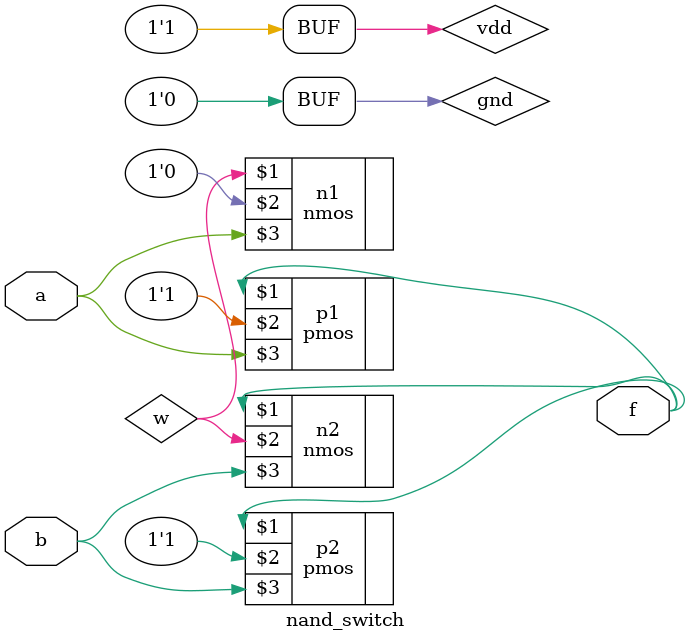
<source format=v>
module nand_switch(
  input a,b,
  output f);
  
  supply1 vdd;
  supply0 gnd;
  wire w1;
  
  pmos p1(f,vdd,a);
  pmos p2(f,vdd,b);
  nmos n1(w,gnd,a);
  nmos n2(f,w,b);

endmodule  

</source>
